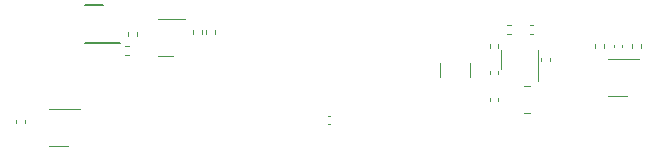
<source format=gbr>
%TF.GenerationSoftware,KiCad,Pcbnew,(6.99.0-4266-g9b4505c6d2)*%
%TF.CreationDate,2022-11-13T11:25:58+08:00*%
%TF.ProjectId,ESP_PD210,4553505f-5044-4323-9130-2e6b69636164,Bata1*%
%TF.SameCoordinates,Original*%
%TF.FileFunction,Legend,Bot*%
%TF.FilePolarity,Positive*%
%FSLAX46Y46*%
G04 Gerber Fmt 4.6, Leading zero omitted, Abs format (unit mm)*
G04 Created by KiCad (PCBNEW (6.99.0-4266-g9b4505c6d2)) date 2022-11-13 11:25:58*
%MOMM*%
%LPD*%
G01*
G04 APERTURE LIST*
%ADD10C,0.120000*%
%ADD11C,0.150000*%
G04 APERTURE END LIST*
D10*
%TO.C,C19*%
X192032225Y-102832478D02*
X192032225Y-102616806D01*
X192752225Y-102832478D02*
X192752225Y-102616806D01*
%TO.C,R15*%
X190432225Y-102878283D02*
X190432225Y-102571001D01*
X191192225Y-102878283D02*
X191192225Y-102571001D01*
%TO.C,L3*%
X184456774Y-106156606D02*
X184979278Y-106156606D01*
X184456774Y-108376606D02*
X184979278Y-108376606D01*
%TO.C,U5*%
X192393025Y-106984642D02*
X193193025Y-106984642D01*
X192393025Y-106984642D02*
X191593025Y-106984642D01*
X192393025Y-103864642D02*
X194193025Y-103864642D01*
X192393025Y-103864642D02*
X191593025Y-103864642D01*
%TO.C,R7*%
X156413025Y-101700247D02*
X156413025Y-101392965D01*
X157173025Y-101700247D02*
X157173025Y-101392965D01*
%TO.C,U3*%
X145043025Y-111176606D02*
X145843025Y-111176606D01*
X145043025Y-111176606D02*
X144243025Y-111176606D01*
X145043025Y-108056606D02*
X146843025Y-108056606D01*
X145043025Y-108056606D02*
X144243025Y-108056606D01*
D11*
%TO.C,Q2*%
X150258025Y-102476606D02*
X147258025Y-102476606D01*
X148758025Y-99226606D02*
X147258025Y-99226606D01*
D10*
%TO.C,R4*%
X150966666Y-103516606D02*
X150659384Y-103516606D01*
X150966666Y-102756606D02*
X150659384Y-102756606D01*
%TO.C,C21*%
X186603025Y-103758770D02*
X186603025Y-103974442D01*
X185883025Y-103758770D02*
X185883025Y-103974442D01*
%TO.C,R11*%
X181522640Y-102900247D02*
X181522640Y-102592965D01*
X182282640Y-102900247D02*
X182282640Y-102592965D01*
%TO.C,R6*%
X157493025Y-101700247D02*
X157493025Y-101392965D01*
X158253025Y-101700247D02*
X158253025Y-101392965D01*
%TO.C,U4*%
X182513026Y-103866606D02*
X182513026Y-104666606D01*
X182513026Y-103866606D02*
X182513026Y-103066606D01*
X185633026Y-103866606D02*
X185633026Y-105666606D01*
X185633026Y-103866606D02*
X185633026Y-103066606D01*
%TO.C,Q1*%
X154103025Y-103546606D02*
X154753025Y-103546606D01*
X154103025Y-103546606D02*
X153453025Y-103546606D01*
X154103025Y-100426606D02*
X155778025Y-100426606D01*
X154103025Y-100426606D02*
X153453025Y-100426606D01*
%TO.C,C20*%
X181563026Y-107384442D02*
X181563026Y-107168770D01*
X182283026Y-107384442D02*
X182283026Y-107168770D01*
%TO.C,C24*%
X142183025Y-109038767D02*
X142183025Y-109254439D01*
X141463025Y-109038767D02*
X141463025Y-109254439D01*
%TO.C,C25*%
X168040865Y-109376603D02*
X167825193Y-109376603D01*
X168040865Y-108656603D02*
X167825193Y-108656603D01*
%TO.C,SW2*%
X179848025Y-104131606D02*
X179848025Y-105331606D01*
X177298025Y-104131606D02*
X177298025Y-105331606D01*
%TO.C,R3*%
X151653025Y-101572965D02*
X151653025Y-101880247D01*
X150893025Y-101572965D02*
X150893025Y-101880247D01*
%TO.C,R16*%
X183346667Y-101696606D02*
X183039385Y-101696606D01*
X183346667Y-100936606D02*
X183039385Y-100936606D01*
%TO.C,C18*%
X184975190Y-100956606D02*
X185190862Y-100956606D01*
X184975190Y-101676606D02*
X185190862Y-101676606D01*
%TO.C,R17*%
X193592225Y-102878283D02*
X193592225Y-102571001D01*
X194352225Y-102878283D02*
X194352225Y-102571001D01*
%TO.C,R12*%
X181522640Y-105140247D02*
X181522640Y-104832965D01*
X182282640Y-105140247D02*
X182282640Y-104832965D01*
%TD*%
M02*

</source>
